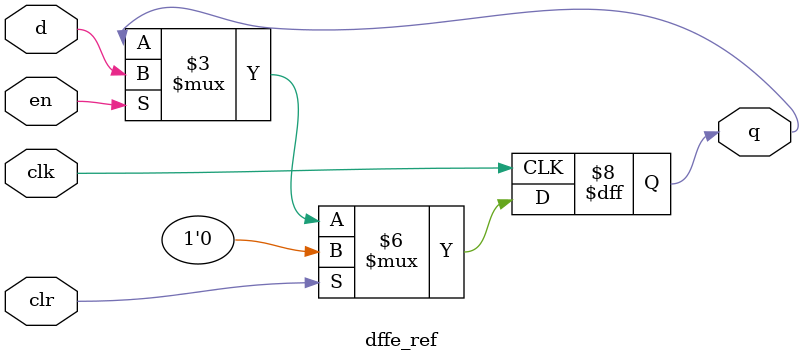
<source format=v>
module dffe_ref(q, d, clk, en, clr);
   
   //Inputs
   input d, clk, en, clr;
   
   //Internal wire
   wire clr;

   //Output
   output q;
   
   //Register
   reg q;

   //Intialize q to 0
   initial
   begin
       q = 1'b0;
   end

   //Set value of q on positive edge of the clock or clear
   always @(posedge clk) begin
       //If clear is high, set q to 0
       if (clr) begin
           q <= 1'b0;
       //If enable is high, set q to the value of d
       end else if (en) begin
           q <= d;
       end
   end
endmodule
</source>
